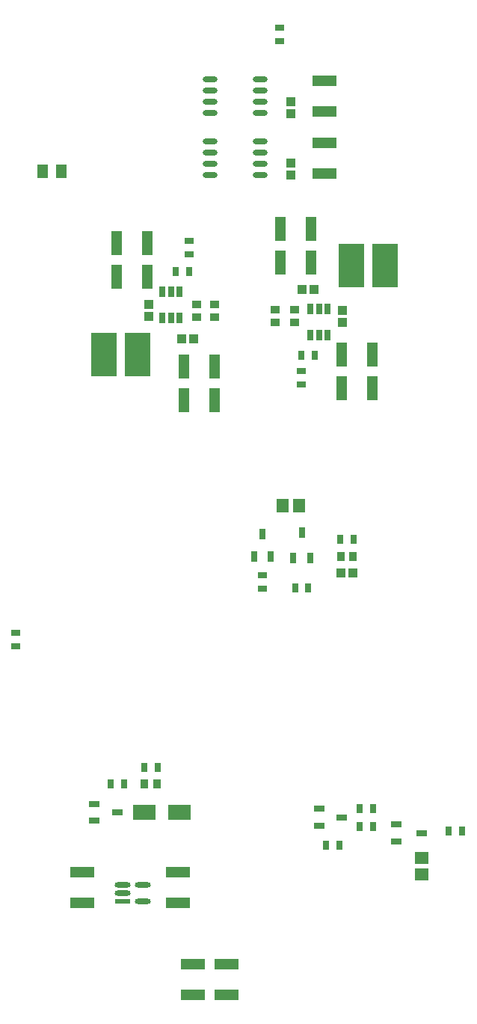
<source format=gbp>
G04*
G04 #@! TF.GenerationSoftware,Altium Limited,DefaultClient, ()*
G04*
G04 Layer_Color=128*
%FSLAX44Y44*%
%MOMM*%
G71*
G04*
G04 #@! TF.SameCoordinates,8DA877EA-5960-4089-89AF-F9EF2ED2926F*
G04*
G04*
G04 #@! TF.FilePolarity,Positive*
G04*
G01*
G75*
%ADD22R,1.0500X1.0500*%
%ADD31R,1.0000X0.8000*%
%ADD33R,0.8000X1.0000*%
%ADD34R,1.0500X0.9000*%
%ADD35R,1.5000X1.4500*%
%ADD38R,0.9000X1.0500*%
%ADD39R,0.6500X1.1500*%
%ADD40R,0.6500X1.2000*%
%ADD41R,1.2000X1.5000*%
%ADD44R,1.0500X1.0500*%
%ADD50R,1.1500X2.8000*%
%ADD51R,1.1500X0.6500*%
%ADD52R,1.2000X0.6500*%
%ADD53R,1.4500X1.5000*%
%ADD139R,2.5000X1.7000*%
%ADD140R,1.8052X0.6121*%
G04:AMPARAMS|DCode=141|XSize=1.8052mm|YSize=0.6121mm|CornerRadius=0.3061mm|HoleSize=0mm|Usage=FLASHONLY|Rotation=0.000|XOffset=0mm|YOffset=0mm|HoleType=Round|Shape=RoundedRectangle|*
%AMROUNDEDRECTD141*
21,1,1.8052,0.0000,0,0,0.0*
21,1,1.1931,0.6121,0,0,0.0*
1,1,0.6121,0.5966,0.0000*
1,1,0.6121,-0.5966,0.0000*
1,1,0.6121,-0.5966,0.0000*
1,1,0.6121,0.5966,0.0000*
%
%ADD141ROUNDEDRECTD141*%
%ADD142R,2.8000X1.1500*%
%ADD143R,3.0000X5.0000*%
%ADD144O,1.6500X0.6500*%
D22*
X348100Y215900D02*
D03*
X361600D02*
D03*
X303650Y537040D02*
D03*
X317150D02*
D03*
X167760Y481330D02*
D03*
X181260D02*
D03*
D31*
X-20320Y133470D02*
D03*
Y148470D02*
D03*
X278130Y833000D02*
D03*
Y818000D02*
D03*
X259080Y213240D02*
D03*
Y198240D02*
D03*
X302780Y429380D02*
D03*
Y444380D02*
D03*
X175780Y576700D02*
D03*
Y591700D02*
D03*
D33*
X346337Y-92174D02*
D03*
X331337D02*
D03*
X369437Y-70664D02*
D03*
X384437D02*
D03*
X369437Y-50344D02*
D03*
X384437D02*
D03*
X470020Y-76200D02*
D03*
X485020D02*
D03*
X102000Y-22860D02*
D03*
X87000D02*
D03*
X140100Y-3810D02*
D03*
X125100D02*
D03*
X296030Y199390D02*
D03*
X311030D02*
D03*
X347350Y254000D02*
D03*
X362350D02*
D03*
X317900Y462280D02*
D03*
X302900D02*
D03*
X175660Y557530D02*
D03*
X160660D02*
D03*
D34*
X204990Y506080D02*
D03*
Y520080D02*
D03*
X184670Y520080D02*
D03*
Y506080D02*
D03*
X295160Y499730D02*
D03*
Y513730D02*
D03*
X273570Y513730D02*
D03*
Y499730D02*
D03*
D35*
X438912Y-106828D02*
D03*
Y-125328D02*
D03*
D38*
X139600Y-22860D02*
D03*
X125600D02*
D03*
X347850Y234950D02*
D03*
X361850D02*
D03*
D39*
X268580Y234900D02*
D03*
X249580D02*
D03*
X259080Y260400D02*
D03*
D40*
X303530Y262150D02*
D03*
X294030Y233150D02*
D03*
X313030D02*
D03*
X332600Y515130D02*
D03*
X323100D02*
D03*
X313600D02*
D03*
Y485630D02*
D03*
X323100D02*
D03*
X332600D02*
D03*
X145960Y534180D02*
D03*
X155460D02*
D03*
X164960D02*
D03*
Y504680D02*
D03*
X155460D02*
D03*
X145960D02*
D03*
D41*
X9820Y670560D02*
D03*
X30820D02*
D03*
D44*
X349770Y513480D02*
D03*
Y499980D02*
D03*
X291350Y736200D02*
D03*
Y749700D02*
D03*
Y666350D02*
D03*
Y679850D02*
D03*
X130060Y519830D02*
D03*
Y506330D02*
D03*
D50*
X313680Y605790D02*
D03*
X279180D02*
D03*
X169960Y411480D02*
D03*
X204460D02*
D03*
X279180Y567690D02*
D03*
X313680D02*
D03*
X349030Y463550D02*
D03*
X383530D02*
D03*
X349030Y425450D02*
D03*
X383530D02*
D03*
X93760Y551180D02*
D03*
X128260D02*
D03*
X93760Y589280D02*
D03*
X128260D02*
D03*
X169960Y449580D02*
D03*
X204460D02*
D03*
D51*
X323547Y-70004D02*
D03*
Y-51004D02*
D03*
X349047Y-60504D02*
D03*
D52*
X439697Y-78284D02*
D03*
X410697Y-68784D02*
D03*
Y-87784D02*
D03*
X94800Y-54610D02*
D03*
X68800Y-45110D02*
D03*
Y-64110D02*
D03*
D53*
X281580Y292100D02*
D03*
X300080D02*
D03*
D139*
X125300Y-54610D02*
D03*
X165300D02*
D03*
D140*
X100850Y-155550D02*
D03*
D141*
Y-146050D02*
D03*
Y-136550D02*
D03*
X123860D02*
D03*
Y-155550D02*
D03*
D142*
X163155Y-156950D02*
D03*
Y-122450D02*
D03*
X55205D02*
D03*
Y-156950D02*
D03*
X180072Y-261090D02*
D03*
Y-226590D02*
D03*
X218172Y-261090D02*
D03*
Y-226590D02*
D03*
X329450Y668550D02*
D03*
Y703050D02*
D03*
Y738400D02*
D03*
Y772900D02*
D03*
D143*
X397980Y563880D02*
D03*
X359980D02*
D03*
X117310Y463550D02*
D03*
X79310D02*
D03*
D144*
X256100Y774700D02*
D03*
Y762000D02*
D03*
Y749300D02*
D03*
Y736600D02*
D03*
X199600Y774700D02*
D03*
Y762000D02*
D03*
Y749300D02*
D03*
Y736600D02*
D03*
X256100Y704850D02*
D03*
Y692150D02*
D03*
Y679450D02*
D03*
Y666750D02*
D03*
X199600Y704850D02*
D03*
Y692150D02*
D03*
Y679450D02*
D03*
Y666750D02*
D03*
M02*

</source>
